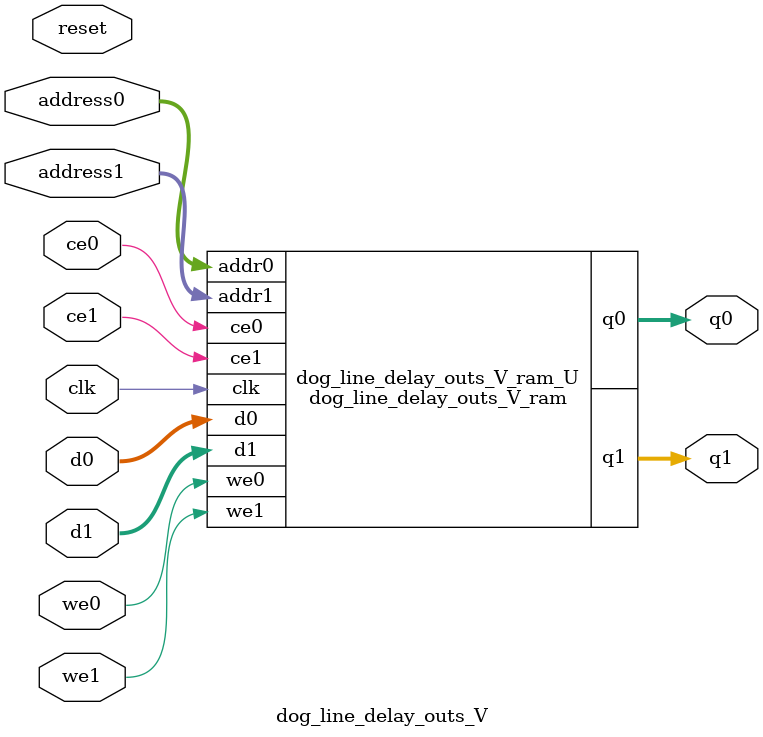
<source format=v>

`timescale 1 ns / 1 ps
module dog_line_delay_outs_V_ram (addr0, ce0, d0, we0, q0, addr1, ce1, d1, we1, q1,  clk);

parameter DWIDTH = 8;
parameter AWIDTH = 2;
parameter MEM_SIZE = 3;

input[AWIDTH-1:0] addr0;
input ce0;
input[DWIDTH-1:0] d0;
input we0;
output reg[DWIDTH-1:0] q0;
input[AWIDTH-1:0] addr1;
input ce1;
input[DWIDTH-1:0] d1;
input we1;
output reg[DWIDTH-1:0] q1;
input clk;

(* ram_style = "block" *)reg [DWIDTH-1:0] ram[MEM_SIZE-1:0];




always @(posedge clk)  
begin 
    if (ce0) 
    begin
        if (we0) 
        begin 
            ram[addr0] <= d0; 
            q0 <= d0;
        end 
        else 
            q0 <= ram[addr0];
    end
end


always @(posedge clk)  
begin 
    if (ce1) 
    begin
        if (we1) 
        begin 
            ram[addr1] <= d1; 
            q1 <= d1;
        end 
        else 
            q1 <= ram[addr1];
    end
end


endmodule


`timescale 1 ns / 1 ps
module dog_line_delay_outs_V(
    reset,
    clk,
    address0,
    ce0,
    we0,
    d0,
    q0,
    address1,
    ce1,
    we1,
    d1,
    q1);

parameter DataWidth = 32'd8;
parameter AddressRange = 32'd3;
parameter AddressWidth = 32'd2;
input reset;
input clk;
input[AddressWidth - 1:0] address0;
input ce0;
input we0;
input[DataWidth - 1:0] d0;
output[DataWidth - 1:0] q0;
input[AddressWidth - 1:0] address1;
input ce1;
input we1;
input[DataWidth - 1:0] d1;
output[DataWidth - 1:0] q1;



dog_line_delay_outs_V_ram dog_line_delay_outs_V_ram_U(
    .clk( clk ),
    .addr0( address0 ),
    .ce0( ce0 ),
    .d0( d0 ),
    .we0( we0 ),
    .q0( q0 ),
    .addr1( address1 ),
    .ce1( ce1 ),
    .d1( d1 ),
    .we1( we1 ),
    .q1( q1 ));

endmodule


</source>
